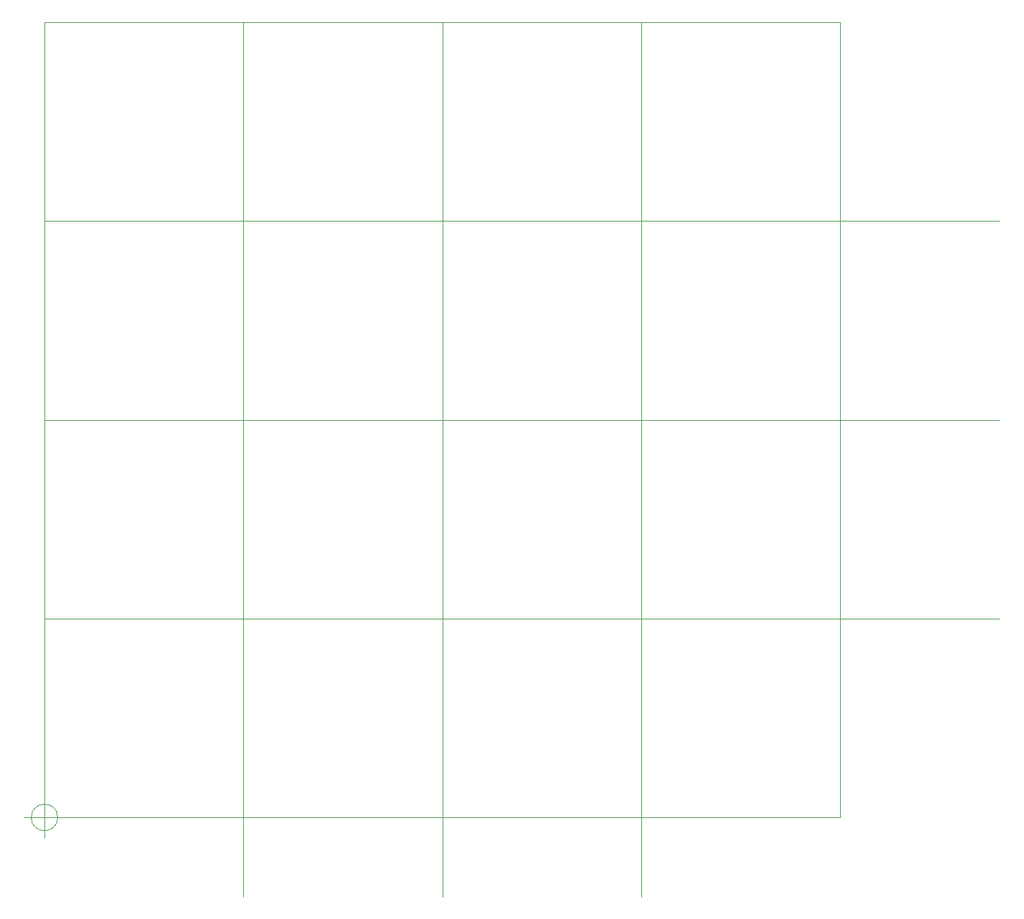
<source format=gm1>
G04 #@! TF.GenerationSoftware,KiCad,Pcbnew,(5.1.5)-3*
G04 #@! TF.CreationDate,2021-04-28T18:54:50+09:00*
G04 #@! TF.ProjectId,DSub9TestPoint.kicad_pcb(4x4),44537562-3954-4657-9374-506f696e742e,rev?*
G04 #@! TF.SameCoordinates,Original*
G04 #@! TF.FileFunction,Profile,NP*
%FSLAX46Y46*%
G04 Gerber Fmt 4.6, Leading zero omitted, Abs format (unit mm)*
G04 Created by KiCad (PCBNEW (5.1.5)-3) date 2021-04-28 18:54:50*
%MOMM*%
%LPD*%
G04 APERTURE LIST*
%ADD10C,0.050000*%
G04 APERTURE END LIST*
D10*
X51666666Y-150000000D02*
G75*
G03X51666666Y-150000000I-1666666J0D01*
G01*
X47500000Y-150000000D02*
X52500000Y-150000000D01*
X50000000Y-147500000D02*
X50000000Y-152500000D01*
X125000000Y-50000000D02*
X125000000Y-160000000D01*
X100000000Y-50000000D02*
X100000000Y-160000000D01*
X75000000Y-50000000D02*
X75000000Y-160000000D01*
X50000000Y-125000000D02*
X170000000Y-125000000D01*
X50000000Y-100000000D02*
X170000000Y-100000000D01*
X50000000Y-75000000D02*
X170000000Y-75000000D01*
X150000000Y-50000000D02*
X50000000Y-50000000D01*
X150000000Y-150000000D02*
X150000000Y-50000000D01*
X50000000Y-150000000D02*
X150000000Y-150000000D01*
X50000000Y-50000000D02*
X50000000Y-150000000D01*
M02*

</source>
